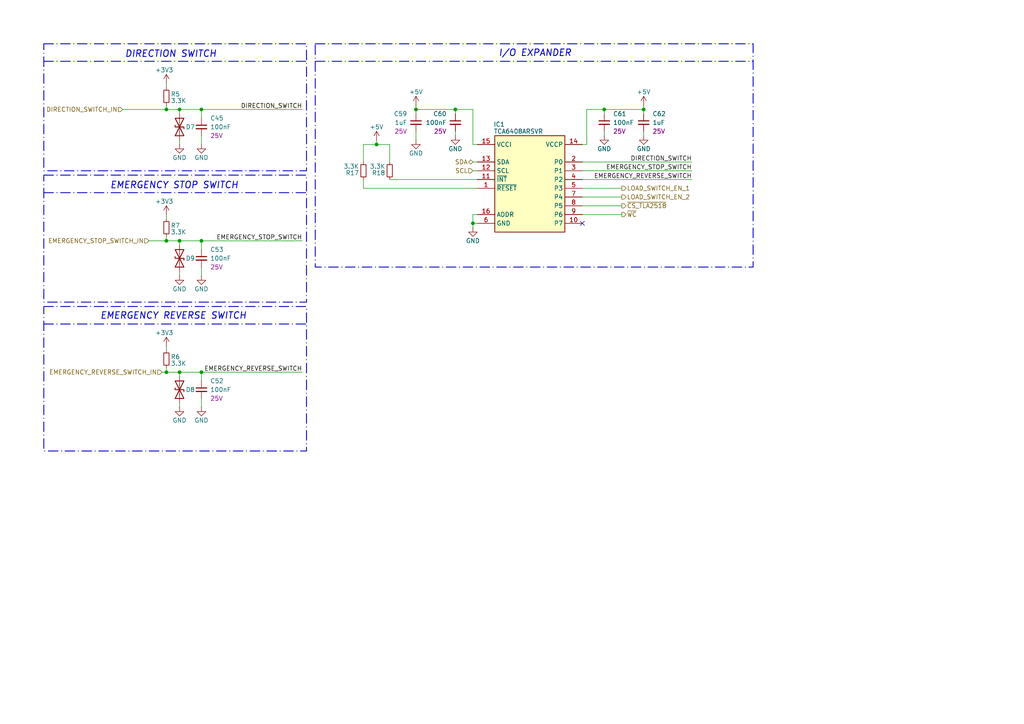
<source format=kicad_sch>
(kicad_sch (version 20231120) (generator "eeschema") (generator_version "8.0")
  (paper "A4")
  (lib_symbols
    (symbol "Device:C_Small" (pin_numbers hide) (pin_names (offset 0.254) hide)
      (property "Reference" "C" (at 0.254 1.778 0))
      (property "Value" "C_Small" (at 0.254 -2.032 0))
      (symbol "C_Small_0_1"
        (polyline (pts (xy -1.524 -0.508) (xy 1.524 -0.508)) (stroke (width 0.3302)))
        (polyline (pts (xy -1.524 0.508) (xy 1.524 0.508)) (stroke (width 0.3048)))
      )
      (symbol "C_Small_1_1"
        (pin passive line (at 0 2.54 270) (length 2.032) (name "~") (number "1"))
        (pin passive line (at 0 -2.54 90) (length 2.032) (name "~") (number "2"))
      )
    )
    (symbol "Device:D_TVS" (pin_numbers hide) (pin_names (offset 1.016) hide)
      (property "Reference" "D" (at 0 2.54 0))
      (property "Value" "D_TVS" (at 0 -2.54 0))
      (symbol "D_TVS_0_1"
        (polyline (pts (xy 1.27 0) (xy -1.27 0)))
        (polyline (pts (xy 0.508 1.27) (xy 0 1.27) (xy 0 -1.27) (xy -0.508 -1.27)) (stroke (width 0.254)))
        (polyline (pts (xy -2.54 1.27) (xy -2.54 -1.27) (xy 2.54 1.27) (xy 2.54 -1.27) (xy -2.54 1.27)) (stroke (width 0.254)))
      )
      (symbol "D_TVS_1_1"
        (pin passive line (at -3.81 0 0) (length 2.54) (name "A1") (number "1"))
        (pin passive line (at 3.81 0 180) (length 2.54) (name "A2") (number "2"))
      )
    )
    (symbol "Device:R_Small" (pin_numbers hide) (pin_names (offset 0.254) hide)
      (property "Reference" "R" (at 0.762 0.508 0))
      (property "Value" "R_Small" (at 0.762 -1.016 0))
      (symbol "R_Small_0_1"
        (rectangle (start -0.762 1.778) (end 0.762 -1.778) (stroke (width 0.2032)))
      )
      (symbol "R_Small_1_1"
        (pin passive line (at 0 2.54 270) (length 0.762) (name "~") (number "1"))
        (pin passive line (at 0 -2.54 90) (length 0.762) (name "~") (number "2"))
      )
    )
    (symbol "My_Symbol_Lib:TCA6408ARSVR"
      (property "Reference" "IC" (at 26.67 15.24 0))
      (property "Value" "TCA6408ARSVR" (at 26.67 12.7 0))
      (symbol "TCA6408ARSVR_1_1"
        (rectangle (start 5.08 10.16) (end 25.4 -17.78) (stroke (width 0.254)) (fill (type background)))
        (pin passive line (at 0 -5.08 0) (length 5.08) (name "~{RESET}") (number "1"))
        (pin passive line (at 30.48 -15.24 180) (length 5.08) (name "P7") (number "10"))
        (pin passive line (at 0 -2.54 0) (length 5.08) (name "~{INT}") (number "11"))
        (pin passive line (at 0 0 0) (length 5.08) (name "SCL") (number "12"))
        (pin passive line (at 0 2.54 0) (length 5.08) (name "SDA") (number "13"))
        (pin passive line (at 30.48 7.62 180) (length 5.08) (name "VCCP") (number "14"))
        (pin passive line (at 0 7.62 0) (length 5.08) (name "VCCI") (number "15"))
        (pin passive line (at 0 -12.7 0) (length 5.08) (name "ADDR") (number "16"))
        (pin passive line (at 30.48 2.54 180) (length 5.08) (name "P0") (number "2"))
        (pin passive line (at 30.48 0 180) (length 5.08) (name "P1") (number "3"))
        (pin passive line (at 30.48 -2.54 180) (length 5.08) (name "P2") (number "4"))
        (pin passive line (at 30.48 -5.08 180) (length 5.08) (name "P3") (number "5"))
        (pin passive line (at 0 -15.24 0) (length 5.08) (name "GND") (number "6"))
        (pin passive line (at 30.48 -7.62 180) (length 5.08) (name "P4") (number "7"))
        (pin passive line (at 30.48 -10.16 180) (length 5.08) (name "P5") (number "8"))
        (pin passive line (at 30.48 -12.7 180) (length 5.08) (name "P6") (number "9"))
      )
    )
    (symbol "power:GND" (power) (pin_numbers hide) (pin_names (offset 0) hide)
      (property "Value" "GND" (at 0 -3.81 0))
      (symbol "GND_0_1"
        (polyline (pts (xy 0 0) (xy 0 -1.27) (xy 1.27 -1.27) (xy 0 -2.54) (xy -1.27 -1.27) (xy 0 -1.27)))
      )
      (symbol "GND_1_1"
        (pin power_in line (at 0 0 270) (length 0) (name "~") (number "1"))
      )
    )
    (symbol "power:VCC" (power) (pin_numbers hide) (pin_names (offset 0) hide)
      (property "Value" "VCC" (at 0 3.556 0))
      (symbol "VCC_0_1"
        (polyline (pts (xy -0.762 1.27) (xy 0 2.54)))
        (polyline (pts (xy 0 0) (xy 0 2.54)))
        (polyline (pts (xy 0 2.54) (xy 0.762 1.27)))
      )
      (symbol "VCC_1_1"
        (pin power_in line (at 0 0 90) (length 0) (name "~") (number "1"))
      )
    )
  )
  (junction (at 52.07 107.95))
  (junction (at 58.42 107.95))
  (junction (at 58.42 69.85))
  (junction (at 48.26 69.85))
  (junction (at 137.16 64.77))
  (junction (at 48.26 31.75))
  (junction (at 120.65 31.75))
  (junction (at 48.26 107.95))
  (junction (at 58.42 31.75))
  (junction (at 52.07 31.75))
  (junction (at 132.08 31.75))
  (junction (at 175.26 31.75))
  (junction (at 52.07 69.85))
  (junction (at 186.69 31.75))
  (junction (at 109.22 41.91))
  (no_connect (at 168.91 64.77))
  (wire (pts (xy 168.91 49.53) (xy 200.66 49.53)))
  (wire (pts (xy 52.07 80.01) (xy 52.07 78.74)))
  (wire (pts (xy 52.07 107.95) (xy 52.07 109.22)))
  (wire (pts (xy 137.16 64.77) (xy 137.16 66.04)))
  (wire (pts (xy 105.41 41.91) (xy 105.41 46.99)))
  (wire (pts (xy 113.03 41.91) (xy 113.03 46.99)))
  (wire (pts (xy 48.26 31.75) (xy 52.07 31.75)))
  (wire (pts (xy 168.91 57.15) (xy 180.34 57.15)))
  (wire (pts (xy 137.16 62.23) (xy 138.43 62.23)))
  (wire (pts (xy 52.07 69.85) (xy 52.07 71.12)))
  (wire (pts (xy 113.03 52.07) (xy 138.43 52.07)))
  (wire (pts (xy 58.42 31.75) (xy 87.63 31.75)))
  (polyline (pts (xy 12.7 17.78) (xy 88.9 17.78)) (stroke (width 0.254) (type dash_dot)))
  (wire (pts (xy 120.65 31.75) (xy 132.08 31.75)))
  (wire (pts (xy 48.26 25.4) (xy 48.26 24.13)))
  (wire (pts (xy 137.16 31.75) (xy 137.16 41.91)))
  (wire (pts (xy 48.26 63.5) (xy 48.26 62.23)))
  (wire (pts (xy 186.69 31.75) (xy 186.69 33.02)))
  (wire (pts (xy 175.26 38.1) (xy 175.26 39.37)))
  (wire (pts (xy 186.69 30.48) (xy 186.69 31.75)))
  (wire (pts (xy 58.42 77.47) (xy 58.42 80.01)))
  (wire (pts (xy 35.56 31.75) (xy 48.26 31.75)))
  (wire (pts (xy 58.42 69.85) (xy 58.42 72.39)))
  (wire (pts (xy 132.08 31.75) (xy 132.08 33.02)))
  (wire (pts (xy 48.26 106.68) (xy 48.26 107.95)))
  (wire (pts (xy 137.16 49.53) (xy 138.43 49.53)))
  (wire (pts (xy 137.16 64.77) (xy 138.43 64.77)))
  (wire (pts (xy 58.42 69.85) (xy 87.63 69.85)))
  (wire (pts (xy 168.91 59.69) (xy 180.34 59.69)))
  (wire (pts (xy 170.18 31.75) (xy 175.26 31.75)))
  (wire (pts (xy 168.91 46.99) (xy 200.66 46.99)))
  (polyline (pts (xy 12.7 93.98) (xy 88.9 93.98)) (stroke (width 0.254) (type dash_dot)))
  (wire (pts (xy 46.99 107.95) (xy 48.26 107.95)))
  (wire (pts (xy 43.18 69.85) (xy 48.26 69.85)))
  (wire (pts (xy 168.91 52.07) (xy 200.66 52.07)))
  (wire (pts (xy 58.42 31.75) (xy 58.42 34.29)))
  (wire (pts (xy 58.42 115.57) (xy 58.42 118.11)))
  (wire (pts (xy 132.08 38.1) (xy 132.08 39.37)))
  (polyline (pts (xy 91.44 17.78) (xy 218.44 17.78)) (stroke (width 0.254) (type dash_dot)))
  (wire (pts (xy 120.65 30.48) (xy 120.65 31.75)))
  (wire (pts (xy 137.16 41.91) (xy 138.43 41.91)))
  (wire (pts (xy 105.41 54.61) (xy 138.43 54.61)))
  (wire (pts (xy 105.41 54.61) (xy 105.41 52.07)))
  (wire (pts (xy 186.69 38.1) (xy 186.69 39.37)))
  (wire (pts (xy 52.07 31.75) (xy 58.42 31.75)))
  (wire (pts (xy 137.16 62.23) (xy 137.16 64.77)))
  (wire (pts (xy 170.18 41.91) (xy 168.91 41.91)))
  (wire (pts (xy 48.26 107.95) (xy 52.07 107.95)))
  (wire (pts (xy 168.91 54.61) (xy 180.34 54.61)))
  (wire (pts (xy 52.07 41.91) (xy 52.07 40.64)))
  (wire (pts (xy 109.22 41.91) (xy 113.03 41.91)))
  (wire (pts (xy 175.26 31.75) (xy 186.69 31.75)))
  (wire (pts (xy 120.65 31.75) (xy 120.65 33.02)))
  (wire (pts (xy 58.42 69.85) (xy 52.07 69.85)))
  (wire (pts (xy 105.41 41.91) (xy 109.22 41.91)))
  (wire (pts (xy 109.22 40.64) (xy 109.22 41.91)))
  (wire (pts (xy 120.65 38.1) (xy 120.65 40.64)))
  (wire (pts (xy 52.07 31.75) (xy 52.07 33.02)))
  (wire (pts (xy 48.26 68.58) (xy 48.26 69.85)))
  (wire (pts (xy 52.07 118.11) (xy 52.07 116.84)))
  (wire (pts (xy 132.08 31.75) (xy 137.16 31.75)))
  (wire (pts (xy 52.07 107.95) (xy 58.42 107.95)))
  (wire (pts (xy 48.26 101.6) (xy 48.26 100.33)))
  (wire (pts (xy 175.26 31.75) (xy 175.26 33.02)))
  (wire (pts (xy 58.42 39.37) (xy 58.42 41.91)))
  (wire (pts (xy 170.18 31.75) (xy 170.18 41.91)))
  (wire (pts (xy 168.91 62.23) (xy 180.34 62.23)))
  (wire (pts (xy 48.26 30.48) (xy 48.26 31.75)))
  (wire (pts (xy 137.16 46.99) (xy 138.43 46.99)))
  (wire (pts (xy 48.26 69.85) (xy 52.07 69.85)))
  (wire (pts (xy 58.42 107.95) (xy 58.42 110.49)))
  (wire (pts (xy 58.42 107.95) (xy 87.63 107.95)))
  (polyline (pts (xy 12.7 55.88) (xy 88.9 55.88)) (stroke (width 0.254) (type dash_dot)))
  (rectangle (start 12.7 88.9) (end 88.9 130.81) (stroke (width 0.254) (type dash_dot)))
  (rectangle (start 91.44 12.7) (end 218.44 77.47) (stroke (width 0.254) (type dash_dot)))
  (rectangle (start 12.7 50.8) (end 88.9 87.63) (stroke (width 0.254) (type dash_dot)))
  (rectangle (start 12.7 12.7) (end 88.9 49.53) (stroke (width 0.254) (type dash_dot)))
  (text "EMERGENCY STOP SWITCH" (at 50.546 53.848 0) (effects (font (size 1.905 1.905) (thickness 0.254) (bold yes) (italic yes))))
  (text "EMERGENCY REVERSE SWITCH" (at 50.292 91.694 0) (effects (font (size 1.905 1.905) (thickness 0.254) (bold yes) (italic yes))))
  (text "DIRECTION SWITCH" (at 49.53 15.748 0) (effects (font (size 1.905 1.905) (thickness 0.254) (bold yes) (italic yes))))
  (text "I/O EXPANDER" (at 155.194 15.494 0) (effects (font (size 1.905 1.905) (thickness 0.254) (bold yes) (italic yes))))
  (label "EMERGENCY_REVERSE_SWITCH" (at 87.63 107.95 180))
  (label "EMERGENCY_STOP_SWITCH" (at 87.63 69.85 180))
  (label "EMERGENCY_REVERSE_SWITCH" (at 200.66 52.07 180))
  (label "DIRECTION_SWITCH" (at 200.66 46.99 180))
  (label "DIRECTION_SWITCH" (at 87.63 31.75 180))
  (label "EMERGENCY_STOP_SWITCH" (at 200.66 49.53 180))
  (hierarchical_label "SCL" (shape input) (at 137.16 49.53 180))
  (hierarchical_label "LOAD_SWITCH_EN_1" (shape output) (at 180.34 54.61 0))
  (hierarchical_label "EMERGENCY_STOP_SWITCH_IN" (shape input) (at 43.18 69.85 180))
  (hierarchical_label "DIRECTION_SWITCH_IN" (shape input) (at 35.56 31.75 180))
  (hierarchical_label "LOAD_SWITCH_EN_2" (shape output) (at 180.34 57.15 0))
  (hierarchical_label "SDA" (shape bidirectional) (at 137.16 46.99 180))
  (hierarchical_label "~{CS_TLA2518}" (shape output) (at 180.34 59.69 0))
  (hierarchical_label "EMERGENCY_REVERSE_SWITCH_IN" (shape input) (at 46.99 107.95 180))
  (hierarchical_label "~{WC}" (shape output) (at 180.34 62.23 0))
  (symbol (lib_id "Device:C_Small") (at 132.08 35.56 0) (mirror y) (unit 1)
    (property "Reference" "C60" (at 129.54 33.02 0) (effects (justify left)))
    (property "Value" "100nF" (at 129.54 35.56 0) (effects (justify left)))
    (property "Footprint" "Capacitor_SMD:C_0805_2012Metric" (effects (hide yes)))
    (property "Description" "Unpolarized capacitor, small symbol" (effects (hide yes)))
    (property "Link" "https://ozdisan.com/pasif-komponentler/kapasitorler/smt-smd-ve-mlcc-kapasitorler/MCF03KTB250104/1057180" (effects (hide yes)))
    (property "Mfr.No" "MCF03KTB250104" (effects (hide yes)))
    (property "Voltage" "25V" (at 129.54 38.1 0) (effects (justify left)))
  )
  (symbol (lib_id "Device:C_Small") (at 58.42 74.93 0) (unit 1)
    (property "Reference" "C53" (at 60.96 72.39 0) (effects (justify left)))
    (property "Value" "100nF" (at 60.96 74.93 0) (effects (justify left)))
    (property "Footprint" "Capacitor_SMD:C_0805_2012Metric" (effects (hide yes)))
    (property "Description" "Unpolarized capacitor, small symbol" (effects (hide yes)))
    (property "Link" "https://ozdisan.com/pasif-komponentler/kapasitorler/smt-smd-ve-mlcc-kapasitorler/MCF03KTB250104/1057180" (effects (hide yes)))
    (property "Mfr.No" "MCF03KTB250104" (effects (hide yes)))
    (property "Voltage" "25V" (at 60.96 77.47 0) (effects (justify left)))
  )
  (symbol (lib_id "Device:C_Small") (at 58.42 36.83 0) (unit 1)
    (property "Reference" "C45" (at 60.96 34.29 0) (effects (justify left)))
    (property "Value" "100nF" (at 60.96 36.83 0) (effects (justify left)))
    (property "Footprint" "Capacitor_SMD:C_0805_2012Metric" (effects (hide yes)))
    (property "Description" "Unpolarized capacitor, small symbol" (effects (hide yes)))
    (property "Link" "https://ozdisan.com/pasif-komponentler/kapasitorler/smt-smd-ve-mlcc-kapasitorler/MCF03KTB250104/1057180" (effects (hide yes)))
    (property "Mfr.No" "MCF03KTB250104" (effects (hide yes)))
    (property "Voltage" "25V" (at 60.96 39.37 0) (effects (justify left)))
  )
  (symbol (lib_id "Device:C_Small") (at 186.69 35.56 0) (unit 1)
    (property "Reference" "C62" (at 189.23 33.02 0) (effects (justify left)))
    (property "Value" "1uF" (at 189.23 35.56 0) (effects (justify left)))
    (property "Footprint" "Capacitor_SMD:C_0805_2012Metric" (effects (hide yes)))
    (property "Description" "Unpolarized capacitor, small symbol" (effects (hide yes)))
    (property "Link" "https://ozdisan.com/pasif-komponentler/kapasitorler/smt-smd-ve-mlcc-kapasitorler/MCF03KTB250105/1057179" (effects (hide yes)))
    (property "Mfr.No" "MCF03KTB250105" (effects (hide yes)))
    (property "Voltage" "25V" (at 189.23 38.1 0) (effects (justify left)))
  )
  (symbol (lib_id "power:GND") (at 132.08 39.37 0) (unit 1)
    (property "Reference" "#PWR0140" (effects (hide yes)))
    (property "Value" "GND" (at 132.08 43.18 0))
    (property "Description" "Power symbol creates a global label with name \"GND\" , ground" (effects (hide yes)))
  )
  (symbol (lib_id "power:GND") (at 137.16 66.04 0) (unit 1)
    (property "Reference" "#PWR0141" (effects (hide yes)))
    (property "Value" "GND" (at 137.16 69.85 0))
    (property "Description" "Power symbol creates a global label with name \"GND\" , ground" (effects (hide yes)))
  )
  (symbol (lib_id "My_Symbol_Lib:TCA6408ARSVR") (at 138.43 49.53 0) (unit 1)
    (property "Reference" "IC1" (at 144.78 36.068 0))
    (property "Value" "TCA6408ARSVR" (at 150.368 38.1 0))
    (property "Footprint" "My_Footprint_Lib:UQFN-16-P_0.4" (effects (hide yes)))
    (property "Datasheet" "http://www.ti.com/lit/gpn/tca6408a" (effects (hide yes)))
    (property "Description" "Low-Voltage 8-Bit I2C and SMBus I/O Expander" (effects (hide yes)))
    (property "Link" "https://www.mouser.com.tr/ProductDetail/Texas-Instruments/TCA6408ARSVR?qs=AFkNxQkJKAISZm6jGsM%252BSQ%3D%3D" (effects (hide yes)))
    (property "Mfr.No" " TCA6408ARSVR" (effects (hide yes)))
  )
  (symbol (lib_id "Device:D_TVS") (at 52.07 36.83 90) (unit 1)
    (property "Reference" "D7" (at 53.848 36.83 90) (effects (justify right)))
    (property "Value" "PESD3V3Y1BSFYL" (effects (hide yes)))
    (property "Footprint" "My_Footprint_Lib:DSN-0603-2" (effects (hide yes)))
    (property "Datasheet" "https://www.mouser.com.tr/datasheet/2/1057/PS1203_D32-3498647.pdf" (effects (hide yes)))
    (property "Description" "Transient Voltage Suppression Diodes - TVS Low Capacitance ESD Protection" (effects (hide yes)))
    (property "Link" "https://www.mouser.com.tr/ProductDetail/Nexperia/PESD3V3Y1BSFYL?qs=sGAEpiMZZMsItbzKdwyIe%252Bgj7Z%252BBsubrXF9t3id8PLoK%252BKVUR7Td%252Bg%3D%3D" (effects (hide yes)))
    (property "Mfr.No" "PESD3V3Y1BSFYL" (effects (hide yes)))
  )
  (symbol (lib_id "power:VCC") (at 48.26 100.33 0) (unit 1)
    (property "Reference" "#PWR0110" (effects (hide yes)))
    (property "Value" "+3V3" (at 47.625 96.52 0))
    (property "Description" "Power symbol creates a global label with name \"VCC\"" (effects (hide yes)))
  )
  (symbol (lib_id "power:VCC") (at 48.26 24.13 0) (unit 1)
    (property "Reference" "#PWR0109" (effects (hide yes)))
    (property "Value" "+3V3" (at 47.625 20.32 0))
    (property "Description" "Power symbol creates a global label with name \"VCC\"" (effects (hide yes)))
  )
  (symbol (lib_id "power:GND") (at 186.69 39.37 0) (mirror y) (unit 1)
    (property "Reference" "#PWR0144" (effects (hide yes)))
    (property "Value" "GND" (at 186.69 43.18 0))
    (property "Description" "Power symbol creates a global label with name \"GND\" , ground" (effects (hide yes)))
  )
  (symbol (lib_id "power:GND") (at 58.42 80.01 0) (unit 1)
    (property "Reference" "#PWR0118" (effects (hide yes)))
    (property "Value" "GND" (at 58.42 83.82 0))
    (property "Description" "Power symbol creates a global label with name \"GND\" , ground" (effects (hide yes)))
  )
  (symbol (lib_id "Device:D_TVS") (at 52.07 74.93 90) (unit 1)
    (property "Reference" "D9" (at 53.848 74.93 90) (effects (justify right)))
    (property "Value" "PESD3V3Y1BSFYL" (effects (hide yes)))
    (property "Footprint" "My_Footprint_Lib:DSN-0603-2" (effects (hide yes)))
    (property "Datasheet" "https://www.mouser.com.tr/datasheet/2/1057/PS1203_D32-3498647.pdf" (effects (hide yes)))
    (property "Description" "Transient Voltage Suppression Diodes - TVS Low Capacitance ESD Protection" (effects (hide yes)))
    (property "Link" "https://www.mouser.com.tr/ProductDetail/Nexperia/PESD3V3Y1BSFYL?qs=sGAEpiMZZMsItbzKdwyIe%252Bgj7Z%252BBsubrXF9t3id8PLoK%252BKVUR7Td%252Bg%3D%3D" (effects (hide yes)))
    (property "Mfr.No" "PESD3V3Y1BSFYL" (effects (hide yes)))
  )
  (symbol (lib_id "Device:R_Small") (at 105.41 49.53 180) (unit 1)
    (property "Reference" "R17" (at 104.14 50.165 0) (effects (justify left)))
    (property "Value" "3.3K" (at 104.14 48.26 0) (effects (justify left)))
    (property "Footprint" "Resistor_SMD:R_0805_2012Metric" (effects (hide yes)))
    (property "Description" "Resistor, small symbol" (effects (hide yes)))
    (property "Link" "https://ozdisan.com/pasif-komponentler/direncler/smt-smd-ve-cip-direncler/TC0525B3301T5G/700121" (effects (hide yes)))
    (property "Mfr.No" "TC0525B3301T5G" (effects (hide yes)))
  )
  (symbol (lib_id "Device:R_Small") (at 113.03 49.53 180) (unit 1)
    (property "Reference" "R18" (at 111.76 50.165 0) (effects (justify left)))
    (property "Value" "3.3K" (at 111.76 48.26 0) (effects (justify left)))
    (property "Footprint" "Resistor_SMD:R_0805_2012Metric" (effects (hide yes)))
    (property "Description" "Resistor, small symbol" (effects (hide yes)))
    (property "Link" "https://ozdisan.com/pasif-komponentler/direncler/smt-smd-ve-cip-direncler/TC0525B3301T5G/700121" (effects (hide yes)))
    (property "Mfr.No" "TC0525B3301T5G" (effects (hide yes)))
  )
  (symbol (lib_id "power:VCC") (at 109.22 40.64 0) (unit 1)
    (property "Reference" "#PWR0137" (effects (hide yes)))
    (property "Value" "+5V" (at 109.22 36.83 0))
    (property "Description" "Power symbol creates a global label with name \"VCC\"" (effects (hide yes)))
  )
  (symbol (lib_id "power:GND") (at 58.42 41.91 0) (unit 1)
    (property "Reference" "#PWR0116" (effects (hide yes)))
    (property "Value" "GND" (at 58.42 45.72 0))
    (property "Description" "Power symbol creates a global label with name \"GND\" , ground" (effects (hide yes)))
  )
  (symbol (lib_id "Device:D_TVS") (at 52.07 113.03 90) (unit 1)
    (property "Reference" "D8" (at 53.848 113.03 90) (effects (justify right)))
    (property "Value" "PESD3V3Y1BSFYL" (effects (hide yes)))
    (property "Footprint" "My_Footprint_Lib:DSN-0603-2" (effects (hide yes)))
    (property "Datasheet" "https://www.mouser.com.tr/datasheet/2/1057/PS1203_D32-3498647.pdf" (effects (hide yes)))
    (property "Description" "Transient Voltage Suppression Diodes - TVS Low Capacitance ESD Protection" (effects (hide yes)))
    (property "Link" "https://www.mouser.com.tr/ProductDetail/Nexperia/PESD3V3Y1BSFYL?qs=sGAEpiMZZMsItbzKdwyIe%252Bgj7Z%252BBsubrXF9t3id8PLoK%252BKVUR7Td%252Bg%3D%3D" (effects (hide yes)))
    (property "Mfr.No" "PESD3V3Y1BSFYL" (effects (hide yes)))
  )
  (symbol (lib_id "Device:C_Small") (at 120.65 35.56 0) (mirror y) (unit 1)
    (property "Reference" "C59" (at 118.11 33.02 0) (effects (justify left)))
    (property "Value" "1uF" (at 118.11 35.56 0) (effects (justify left)))
    (property "Footprint" "Capacitor_SMD:C_0805_2012Metric" (effects (hide yes)))
    (property "Description" "Unpolarized capacitor, small symbol" (effects (hide yes)))
    (property "Link" "https://ozdisan.com/pasif-komponentler/kapasitorler/smt-smd-ve-mlcc-kapasitorler/MCF03KTB250105/1057179" (effects (hide yes)))
    (property "Mfr.No" "MCF03KTB250105" (effects (hide yes)))
    (property "Voltage" "25V" (at 118.11 38.1 0) (effects (justify left)))
  )
  (symbol (lib_id "power:GND") (at 52.07 118.11 0) (unit 1)
    (property "Reference" "#PWR0113" (effects (hide yes)))
    (property "Value" "GND" (at 52.07 121.92 0))
    (property "Description" "Power symbol creates a global label with name \"GND\" , ground" (effects (hide yes)))
  )
  (symbol (lib_id "Device:C_Small") (at 175.26 35.56 0) (unit 1)
    (property "Reference" "C61" (at 177.8 33.02 0) (effects (justify left)))
    (property "Value" "100nF" (at 177.8 35.56 0) (effects (justify left)))
    (property "Footprint" "Capacitor_SMD:C_0805_2012Metric" (effects (hide yes)))
    (property "Description" "Unpolarized capacitor, small symbol" (effects (hide yes)))
    (property "Link" "https://ozdisan.com/pasif-komponentler/kapasitorler/smt-smd-ve-mlcc-kapasitorler/MCF03KTB250104/1057180" (effects (hide yes)))
    (property "Mfr.No" "MCF03KTB250104" (effects (hide yes)))
    (property "Voltage" "25V" (at 177.8 38.1 0) (effects (justify left)))
  )
  (symbol (lib_id "Device:R_Small") (at 48.26 104.14 0) (unit 1)
    (property "Reference" "R6" (at 49.53 103.505 0) (effects (justify left)))
    (property "Value" "3.3K" (at 49.53 105.41 0) (effects (justify left)))
    (property "Footprint" "Resistor_SMD:R_0805_2012Metric" (effects (hide yes)))
    (property "Description" "Resistor, small symbol" (effects (hide yes)))
    (property "Link" "https://ozdisan.com/pasif-komponentler/direncler/smt-smd-ve-cip-direncler/TC0525B3301T5G/700121" (effects (hide yes)))
    (property "Mfr.No" "TC0525B3301T5G" (effects (hide yes)))
  )
  (symbol (lib_id "power:GND") (at 120.65 40.64 0) (unit 1)
    (property "Reference" "#PWR0139" (effects (hide yes)))
    (property "Value" "GND" (at 120.65 44.45 0))
    (property "Description" "Power symbol creates a global label with name \"GND\" , ground" (effects (hide yes)))
  )
  (symbol (lib_id "power:VCC") (at 48.26 62.23 0) (unit 1)
    (property "Reference" "#PWR0111" (effects (hide yes)))
    (property "Value" "+3V3" (at 47.625 58.42 0))
    (property "Description" "Power symbol creates a global label with name \"VCC\"" (effects (hide yes)))
  )
  (symbol (lib_id "power:GND") (at 58.42 118.11 0) (unit 1)
    (property "Reference" "#PWR0117" (effects (hide yes)))
    (property "Value" "GND" (at 58.42 121.92 0))
    (property "Description" "Power symbol creates a global label with name \"GND\" , ground" (effects (hide yes)))
  )
  (symbol (lib_id "Device:R_Small") (at 48.26 66.04 0) (unit 1)
    (property "Reference" "R7" (at 49.53 65.405 0) (effects (justify left)))
    (property "Value" "3.3K" (at 49.53 67.31 0) (effects (justify left)))
    (property "Footprint" "Resistor_SMD:R_0805_2012Metric" (effects (hide yes)))
    (property "Description" "Resistor, small symbol" (effects (hide yes)))
    (property "Link" "https://ozdisan.com/pasif-komponentler/direncler/smt-smd-ve-cip-direncler/TC0525B3301T5G/700121" (effects (hide yes)))
    (property "Mfr.No" "TC0525B3301T5G" (effects (hide yes)))
  )
  (symbol (lib_id "power:VCC") (at 186.69 30.48 0) (mirror y) (unit 1)
    (property "Reference" "#PWR0143" (effects (hide yes)))
    (property "Value" "+5V" (at 186.69 26.67 0))
    (property "Description" "Power symbol creates a global label with name \"VCC\"" (effects (hide yes)))
  )
  (symbol (lib_id "power:GND") (at 52.07 80.01 0) (unit 1)
    (property "Reference" "#PWR0114" (effects (hide yes)))
    (property "Value" "GND" (at 52.07 83.82 0))
    (property "Description" "Power symbol creates a global label with name \"GND\" , ground" (effects (hide yes)))
  )
  (symbol (lib_id "power:GND") (at 52.07 41.91 0) (unit 1)
    (property "Reference" "#PWR0112" (effects (hide yes)))
    (property "Value" "GND" (at 52.07 45.72 0))
    (property "Description" "Power symbol creates a global label with name \"GND\" , ground" (effects (hide yes)))
  )
  (symbol (lib_id "Device:R_Small") (at 48.26 27.94 0) (unit 1)
    (property "Reference" "R5" (at 49.53 27.305 0) (effects (justify left)))
    (property "Value" "3.3K" (at 49.53 29.21 0) (effects (justify left)))
    (property "Footprint" "Resistor_SMD:R_0805_2012Metric" (effects (hide yes)))
    (property "Description" "Resistor, small symbol" (effects (hide yes)))
    (property "Link" "https://ozdisan.com/pasif-komponentler/direncler/smt-smd-ve-cip-direncler/TC0525B3301T5G/700121" (effects (hide yes)))
    (property "Mfr.No" "TC0525B3301T5G" (effects (hide yes)))
  )
  (symbol (lib_id "power:VCC") (at 120.65 30.48 0) (unit 1)
    (property "Reference" "#PWR0138" (effects (hide yes)))
    (property "Value" "+5V" (at 120.65 26.67 0))
    (property "Description" "Power symbol creates a global label with name \"VCC\"" (effects (hide yes)))
  )
  (symbol (lib_id "Device:C_Small") (at 58.42 113.03 0) (unit 1)
    (property "Reference" "C52" (at 60.96 110.49 0) (effects (justify left)))
    (property "Value" "100nF" (at 60.96 113.03 0) (effects (justify left)))
    (property "Footprint" "Capacitor_SMD:C_0805_2012Metric" (effects (hide yes)))
    (property "Description" "Unpolarized capacitor, small symbol" (effects (hide yes)))
    (property "Link" "https://ozdisan.com/pasif-komponentler/kapasitorler/smt-smd-ve-mlcc-kapasitorler/MCF03KTB250104/1057180" (effects (hide yes)))
    (property "Mfr.No" "MCF03KTB250104" (effects (hide yes)))
    (property "Voltage" "25V" (at 60.96 115.57 0) (effects (justify left)))
  )
  (symbol (lib_id "power:GND") (at 175.26 39.37 0) (mirror y) (unit 1)
    (property "Reference" "#PWR0142" (effects (hide yes)))
    (property "Value" "GND" (at 175.26 43.18 0))
    (property "Description" "Power symbol creates a global label with name \"GND\" , ground" (effects (hide yes)))
  )
)
</source>
